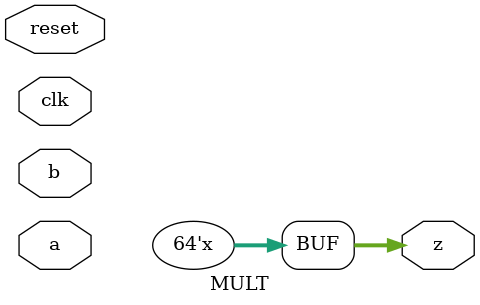
<source format=v>
`timescale 1ns / 1ps


module MULT(
input clk,
input reset,
input [31:0] a,
input [31:0] b,
output reg [63:0] z
);
reg [32:0] A;
reg [31:0] B;
reg [32:0] part1;
reg [30:0] part2;
reg [4:0] i;
reg flag;
initial
begin
  part1=0;
  part2=0;
  i=0;
  flag=0;
end

always @ (a,b)
begin
  if(flag==0)
  begin
    A[32]=a[31];
    A[31:0]=a[31:0];
    B=b;
    flag=1;
  end
end

always @ (clk)
begin
  if(flag==1)
  begin
    if(reset==1)
    begin
      part1=0;
      part2=0;
      i=0;
      flag=0;
    end
    else
    begin
      if(B[i]==1)
        part1=part1+A;
      part2[i]=part1[0];
      part1[31:0]=part1[32:1];
      part1[32]=part1[31];
      if(i==30)
      begin
        z[63:31]=part1[32:0];
        z[30:0]=part2[30:0];
        if(B[31]==1)
          z[63:31]=z[63:31]-A;
        i=0;
        part1=0;
        part2=0;
        flag=0;
      end
      else
        i=i+1;
    end
  end
end
endmodule

</source>
